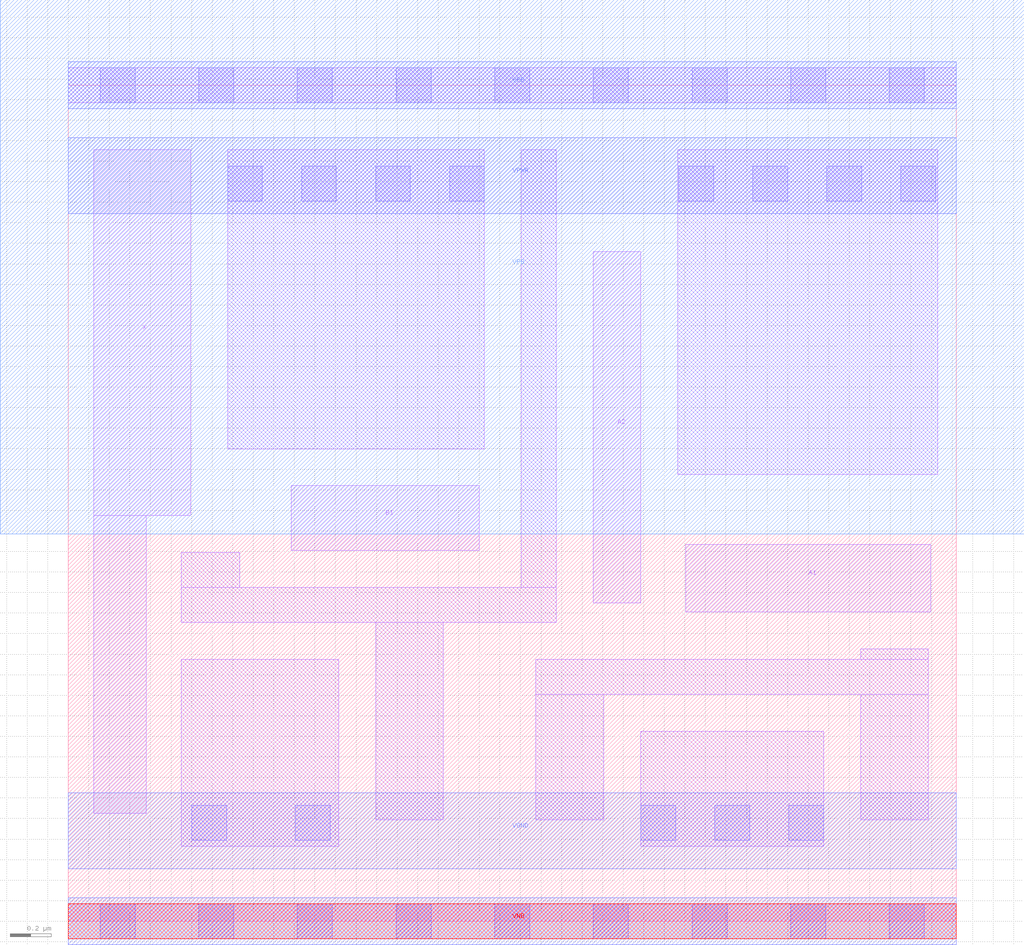
<source format=lef>
# Copyright 2020 The SkyWater PDK Authors
#
# Licensed under the Apache License, Version 2.0 (the "License");
# you may not use this file except in compliance with the License.
# You may obtain a copy of the License at
#
#     https://www.apache.org/licenses/LICENSE-2.0
#
# Unless required by applicable law or agreed to in writing, software
# distributed under the License is distributed on an "AS IS" BASIS,
# WITHOUT WARRANTIES OR CONDITIONS OF ANY KIND, either express or implied.
# See the License for the specific language governing permissions and
# limitations under the License.
#
# SPDX-License-Identifier: Apache-2.0

VERSION 5.7 ;
  NOWIREEXTENSIONATPIN ON ;
  DIVIDERCHAR "/" ;
  BUSBITCHARS "[]" ;
MACRO sky130_fd_sc_hvl__o21a_1
  CLASS CORE ;
  FOREIGN sky130_fd_sc_hvl__o21a_1 ;
  ORIGIN  0.000000  0.000000 ;
  SIZE  4.320000 BY  4.070000 ;
  SYMMETRY X Y ;
  SITE unithv ;
  PIN A1
    ANTENNAGATEAREA  1.125000 ;
    DIRECTION INPUT ;
    USE SIGNAL ;
    PORT
      LAYER li1 ;
        RECT 3.005000 1.505000 4.195000 1.835000 ;
    END
  END A1
  PIN A2
    ANTENNAGATEAREA  1.125000 ;
    DIRECTION INPUT ;
    USE SIGNAL ;
    PORT
      LAYER li1 ;
        RECT 2.555000 1.550000 2.785000 3.260000 ;
    END
  END A2
  PIN B1
    ANTENNAGATEAREA  1.125000 ;
    DIRECTION INPUT ;
    USE SIGNAL ;
    PORT
      LAYER li1 ;
        RECT 1.085000 1.805000 2.000000 2.120000 ;
    END
  END B1
  PIN X
    ANTENNADIFFAREA  0.626250 ;
    DIRECTION OUTPUT ;
    USE SIGNAL ;
    PORT
      LAYER li1 ;
        RECT 0.125000 0.525000 0.380000 1.975000 ;
        RECT 0.125000 1.975000 0.595000 3.755000 ;
    END
  END X
  PIN VGND
    DIRECTION INOUT ;
    USE GROUND ;
    PORT
      LAYER met1 ;
        RECT 0.000000 0.255000 4.320000 0.625000 ;
    END
  END VGND
  PIN VNB
    DIRECTION INOUT ;
    USE GROUND ;
    PORT
      LAYER met1 ;
        RECT 0.000000 -0.115000 4.320000 0.115000 ;
      LAYER pwell ;
        RECT 0.000000 -0.085000 4.320000 0.085000 ;
    END
  END VNB
  PIN VPB
    DIRECTION INOUT ;
    USE POWER ;
    PORT
      LAYER met1 ;
        RECT 0.000000 3.955000 4.320000 4.185000 ;
      LAYER nwell ;
        RECT -0.330000 1.885000 4.650000 4.485000 ;
    END
  END VPB
  PIN VPWR
    DIRECTION INOUT ;
    USE POWER ;
    PORT
      LAYER met1 ;
        RECT 0.000000 3.445000 4.320000 3.815000 ;
    END
  END VPWR
  OBS
    LAYER li1 ;
      RECT 0.000000 -0.085000 4.320000 0.085000 ;
      RECT 0.000000  3.985000 4.320000 4.155000 ;
      RECT 0.550000  0.365000 1.315000 1.275000 ;
      RECT 0.550000  1.455000 2.375000 1.625000 ;
      RECT 0.550000  1.625000 0.835000 1.795000 ;
      RECT 0.775000  2.300000 2.025000 3.755000 ;
      RECT 1.495000  0.495000 1.825000 1.455000 ;
      RECT 2.205000  1.625000 2.375000 3.755000 ;
      RECT 2.275000  0.495000 2.605000 1.105000 ;
      RECT 2.275000  1.105000 4.185000 1.275000 ;
      RECT 2.785000  0.365000 3.675000 0.925000 ;
      RECT 2.965000  2.175000 4.230000 3.755000 ;
      RECT 3.855000  0.495000 4.185000 1.105000 ;
      RECT 3.855000  1.275000 4.185000 1.325000 ;
    LAYER mcon ;
      RECT 0.155000 -0.085000 0.325000 0.085000 ;
      RECT 0.155000  3.985000 0.325000 4.155000 ;
      RECT 0.600000  0.395000 0.770000 0.565000 ;
      RECT 0.635000 -0.085000 0.805000 0.085000 ;
      RECT 0.635000  3.985000 0.805000 4.155000 ;
      RECT 0.775000  3.505000 0.945000 3.675000 ;
      RECT 1.105000  0.395000 1.275000 0.565000 ;
      RECT 1.115000 -0.085000 1.285000 0.085000 ;
      RECT 1.115000  3.985000 1.285000 4.155000 ;
      RECT 1.135000  3.505000 1.305000 3.675000 ;
      RECT 1.495000  3.505000 1.665000 3.675000 ;
      RECT 1.595000 -0.085000 1.765000 0.085000 ;
      RECT 1.595000  3.985000 1.765000 4.155000 ;
      RECT 1.855000  3.505000 2.025000 3.675000 ;
      RECT 2.075000 -0.085000 2.245000 0.085000 ;
      RECT 2.075000  3.985000 2.245000 4.155000 ;
      RECT 2.555000 -0.085000 2.725000 0.085000 ;
      RECT 2.555000  3.985000 2.725000 4.155000 ;
      RECT 2.785000  0.395000 2.955000 0.565000 ;
      RECT 2.970000  3.505000 3.140000 3.675000 ;
      RECT 3.035000 -0.085000 3.205000 0.085000 ;
      RECT 3.035000  3.985000 3.205000 4.155000 ;
      RECT 3.145000  0.395000 3.315000 0.565000 ;
      RECT 3.330000  3.505000 3.500000 3.675000 ;
      RECT 3.505000  0.395000 3.675000 0.565000 ;
      RECT 3.515000 -0.085000 3.685000 0.085000 ;
      RECT 3.515000  3.985000 3.685000 4.155000 ;
      RECT 3.690000  3.505000 3.860000 3.675000 ;
      RECT 3.995000 -0.085000 4.165000 0.085000 ;
      RECT 3.995000  3.985000 4.165000 4.155000 ;
      RECT 4.050000  3.505000 4.220000 3.675000 ;
  END
END sky130_fd_sc_hvl__o21a_1
END LIBRARY

</source>
